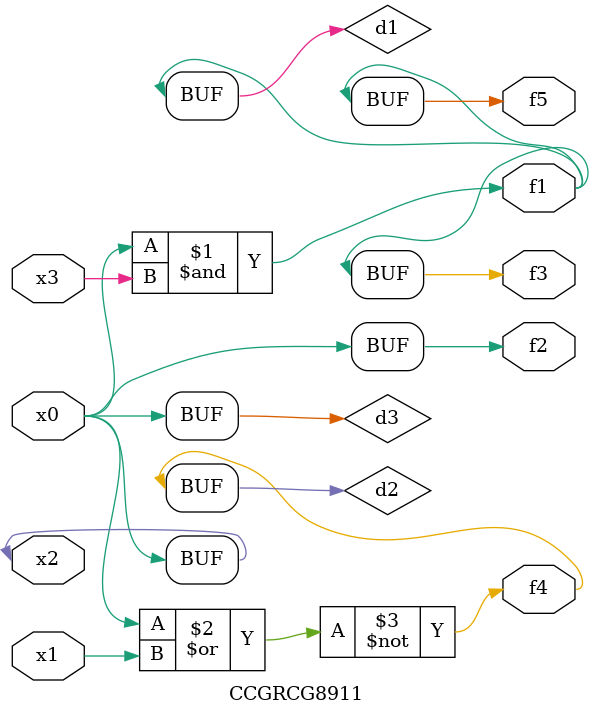
<source format=v>
module CCGRCG8911(
	input x0, x1, x2, x3,
	output f1, f2, f3, f4, f5
);

	wire d1, d2, d3;

	and (d1, x2, x3);
	nor (d2, x0, x1);
	buf (d3, x0, x2);
	assign f1 = d1;
	assign f2 = d3;
	assign f3 = d1;
	assign f4 = d2;
	assign f5 = d1;
endmodule

</source>
